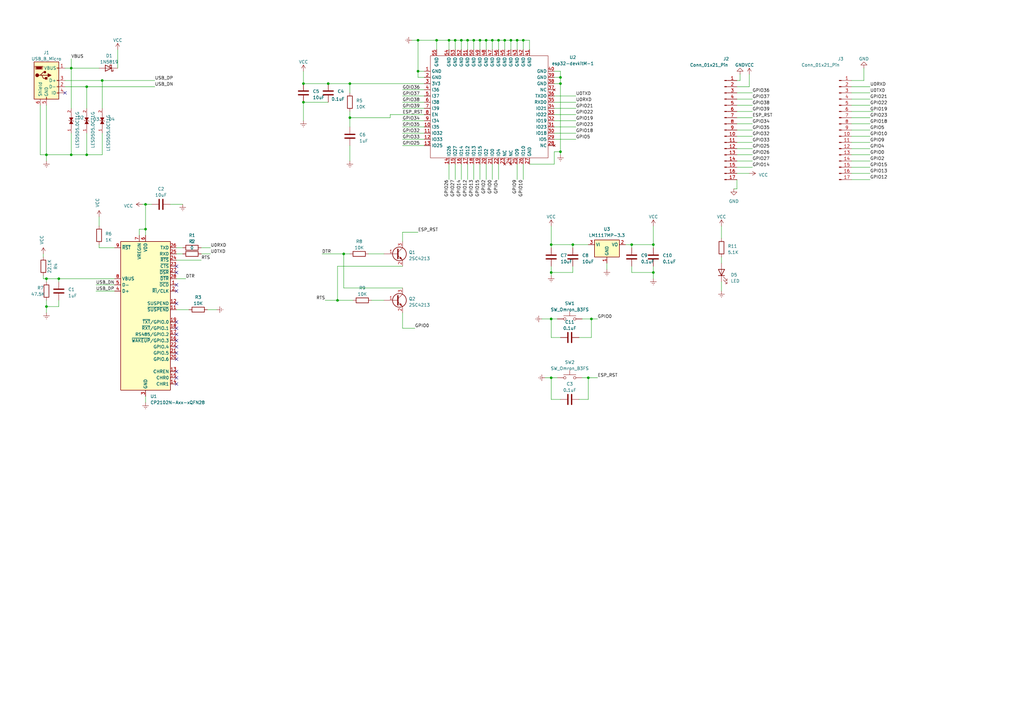
<source format=kicad_sch>
(kicad_sch (version 20230121) (generator eeschema)
  (paper "A3")
  (lib_symbols
    (symbol "Connector:Conn_01x17_Pin" (pin_names (offset 1.016) hide)
      (property "Reference" "J" (at 0 22.86 0))
      (property "Value" "Conn_01x17_Pin" (at 0 -22.86 0))
      (symbol "Conn_01x17_Pin_1_1"
        (polyline (pts (xy 1.27 -20.32) (xy 0.8636 -20.32)) (stroke (width 0.1524)))
        (polyline (pts (xy 1.27 -17.78) (xy 0.8636 -17.78)) (stroke (width 0.1524)))
        (polyline (pts (xy 1.27 -15.24) (xy 0.8636 -15.24)) (stroke (width 0.1524)))
        (polyline (pts (xy 1.27 -12.7) (xy 0.8636 -12.7)) (stroke (width 0.1524)))
        (polyline (pts (xy 1.27 -10.16) (xy 0.8636 -10.16)) (stroke (width 0.1524)))
        (polyline (pts (xy 1.27 -7.62) (xy 0.8636 -7.62)) (stroke (width 0.1524)))
        (polyline (pts (xy 1.27 -5.08) (xy 0.8636 -5.08)) (stroke (width 0.1524)))
        (polyline (pts (xy 1.27 -2.54) (xy 0.8636 -2.54)) (stroke (width 0.1524)))
        (polyline (pts (xy 1.27 0) (xy 0.8636 0)) (stroke (width 0.1524)))
        (polyline (pts (xy 1.27 2.54) (xy 0.8636 2.54)) (stroke (width 0.1524)))
        (polyline (pts (xy 1.27 5.08) (xy 0.8636 5.08)) (stroke (width 0.1524)))
        (polyline (pts (xy 1.27 7.62) (xy 0.8636 7.62)) (stroke (width 0.1524)))
        (polyline (pts (xy 1.27 10.16) (xy 0.8636 10.16)) (stroke (width 0.1524)))
        (polyline (pts (xy 1.27 12.7) (xy 0.8636 12.7)) (stroke (width 0.1524)))
        (polyline (pts (xy 1.27 15.24) (xy 0.8636 15.24)) (stroke (width 0.1524)))
        (polyline (pts (xy 1.27 17.78) (xy 0.8636 17.78)) (stroke (width 0.1524)))
        (polyline (pts (xy 1.27 20.32) (xy 0.8636 20.32)) (stroke (width 0.1524)))
        (rectangle (start 0.8636 -20.193) (end 0 -20.447) (stroke (width 0.1524)) (fill (type outline)))
        (rectangle (start 0.8636 -17.653) (end 0 -17.907) (stroke (width 0.1524)) (fill (type outline)))
        (rectangle (start 0.8636 -15.113) (end 0 -15.367) (stroke (width 0.1524)) (fill (type outline)))
        (rectangle (start 0.8636 -12.573) (end 0 -12.827) (stroke (width 0.1524)) (fill (type outline)))
        (rectangle (start 0.8636 -10.033) (end 0 -10.287) (stroke (width 0.1524)) (fill (type outline)))
        (rectangle (start 0.8636 -7.493) (end 0 -7.747) (stroke (width 0.1524)) (fill (type outline)))
        (rectangle (start 0.8636 -4.953) (end 0 -5.207) (stroke (width 0.1524)) (fill (type outline)))
        (rectangle (start 0.8636 -2.413) (end 0 -2.667) (stroke (width 0.1524)) (fill (type outline)))
        (rectangle (start 0.8636 0.127) (end 0 -0.127) (stroke (width 0.1524)) (fill (type outline)))
        (rectangle (start 0.8636 2.667) (end 0 2.413) (stroke (width 0.1524)) (fill (type outline)))
        (rectangle (start 0.8636 5.207) (end 0 4.953) (stroke (width 0.1524)) (fill (type outline)))
        (rectangle (start 0.8636 7.747) (end 0 7.493) (stroke (width 0.1524)) (fill (type outline)))
        (rectangle (start 0.8636 10.287) (end 0 10.033) (stroke (width 0.1524)) (fill (type outline)))
        (rectangle (start 0.8636 12.827) (end 0 12.573) (stroke (width 0.1524)) (fill (type outline)))
        (rectangle (start 0.8636 15.367) (end 0 15.113) (stroke (width 0.1524)) (fill (type outline)))
        (rectangle (start 0.8636 17.907) (end 0 17.653) (stroke (width 0.1524)) (fill (type outline)))
        (rectangle (start 0.8636 20.447) (end 0 20.193) (stroke (width 0.1524)) (fill (type outline)))
        (pin passive line (at 5.08 20.32 180) (length 3.81) (name "Pin_1") (number "1"))
        (pin passive line (at 5.08 -2.54 180) (length 3.81) (name "Pin_10") (number "10"))
        (pin passive line (at 5.08 -5.08 180) (length 3.81) (name "Pin_11") (number "11"))
        (pin passive line (at 5.08 -7.62 180) (length 3.81) (name "Pin_12") (number "12"))
        (pin passive line (at 5.08 -10.16 180) (length 3.81) (name "Pin_13") (number "13"))
        (pin passive line (at 5.08 -12.7 180) (length 3.81) (name "Pin_14") (number "14"))
        (pin passive line (at 5.08 -15.24 180) (length 3.81) (name "Pin_15") (number "15"))
        (pin passive line (at 5.08 -17.78 180) (length 3.81) (name "Pin_16") (number "16"))
        (pin passive line (at 5.08 -20.32 180) (length 3.81) (name "Pin_17") (number "17"))
        (pin passive line (at 5.08 17.78 180) (length 3.81) (name "Pin_2") (number "2"))
        (pin passive line (at 5.08 15.24 180) (length 3.81) (name "Pin_3") (number "3"))
        (pin passive line (at 5.08 12.7 180) (length 3.81) (name "Pin_4") (number "4"))
        (pin passive line (at 5.08 10.16 180) (length 3.81) (name "Pin_5") (number "5"))
        (pin passive line (at 5.08 7.62 180) (length 3.81) (name "Pin_6") (number "6"))
        (pin passive line (at 5.08 5.08 180) (length 3.81) (name "Pin_7") (number "7"))
        (pin passive line (at 5.08 2.54 180) (length 3.81) (name "Pin_8") (number "8"))
        (pin passive line (at 5.08 0 180) (length 3.81) (name "Pin_9") (number "9"))
      )
    )
    (symbol "Connector:USB_B_Micro" (pin_names (offset 1.016))
      (property "Reference" "J" (at -5.08 11.43 0))
      (property "Value" "USB_B_Micro" (at -5.08 8.89 0))
      (symbol "USB_B_Micro_0_1"
        (rectangle (start -5.08 -7.62) (end 5.08 7.62) (stroke (width 0.254)) (fill (type background)))
        (circle (center -3.81 2.159) (radius 0.635) (stroke (width 0.254)) (fill (type outline)))
        (circle (center -0.635 3.429) (radius 0.381) (stroke (width 0.254)) (fill (type outline)))
        (rectangle (start -0.127 -7.62) (end 0.127 -6.858))
        (polyline (pts (xy -1.905 2.159) (xy 0.635 2.159)) (stroke (width 0.254)))
        (polyline (pts (xy -3.175 2.159) (xy -2.54 2.159) (xy -1.27 3.429) (xy -0.635 3.429)) (stroke (width 0.254)))
        (polyline (pts (xy -2.54 2.159) (xy -1.905 2.159) (xy -1.27 0.889) (xy 0 0.889)) (stroke (width 0.254)))
        (polyline (pts (xy 0.635 2.794) (xy 0.635 1.524) (xy 1.905 2.159) (xy 0.635 2.794)) (stroke (width 0.254)) (fill (type outline)))
        (polyline (pts (xy -4.318 5.588) (xy -1.778 5.588) (xy -2.032 4.826) (xy -4.064 4.826) (xy -4.318 5.588)) (fill (type outline)))
        (polyline (pts (xy -4.699 5.842) (xy -4.699 5.588) (xy -4.445 4.826) (xy -4.445 4.572) (xy -1.651 4.572) (xy -1.651 4.826) (xy -1.397 5.588) (xy -1.397 5.842) (xy -4.699 5.842)))
        (rectangle (start 0.254 1.27) (end -0.508 0.508) (stroke (width 0.254)) (fill (type outline)))
        (rectangle (start 5.08 -5.207) (end 4.318 -4.953))
        (rectangle (start 5.08 -2.667) (end 4.318 -2.413))
        (rectangle (start 5.08 -0.127) (end 4.318 0.127))
        (rectangle (start 5.08 4.953) (end 4.318 5.207))
      )
      (symbol "USB_B_Micro_1_1"
        (pin power_out line (at 7.62 5.08 180) (length 2.54) (name "VBUS") (number "1"))
        (pin bidirectional line (at 7.62 -2.54 180) (length 2.54) (name "D-") (number "2"))
        (pin bidirectional line (at 7.62 0 180) (length 2.54) (name "D+") (number "3"))
        (pin passive line (at 7.62 -5.08 180) (length 2.54) (name "ID") (number "4"))
        (pin power_out line (at 0 -10.16 90) (length 2.54) (name "GND") (number "5"))
        (pin passive line (at -2.54 -10.16 90) (length 2.54) (name "Shield") (number "6"))
      )
    )
    (symbol "Device:C" (pin_numbers hide) (pin_names (offset 0.254))
      (property "Reference" "C" (at 0.635 2.54 0))
      (property "Value" "C" (at 0.635 -2.54 0))
      (symbol "C_0_1"
        (polyline (pts (xy -2.032 -0.762) (xy 2.032 -0.762)) (stroke (width 0.508)))
        (polyline (pts (xy -2.032 0.762) (xy 2.032 0.762)) (stroke (width 0.508)))
      )
      (symbol "C_1_1"
        (pin passive line (at 0 3.81 270) (length 2.794) (name "~") (number "1"))
        (pin passive line (at 0 -3.81 90) (length 2.794) (name "~") (number "2"))
      )
    )
    (symbol "Device:LED" (pin_numbers hide) (pin_names (offset 1.016) hide)
      (property "Reference" "D" (at 0 2.54 0))
      (property "Value" "LED" (at 0 -2.54 0))
      (symbol "LED_0_1"
        (polyline (pts (xy -1.27 -1.27) (xy -1.27 1.27)) (stroke (width 0.254)))
        (polyline (pts (xy -1.27 0) (xy 1.27 0)))
        (polyline (pts (xy 1.27 -1.27) (xy 1.27 1.27) (xy -1.27 0) (xy 1.27 -1.27)) (stroke (width 0.254)))
        (polyline (pts (xy -3.048 -0.762) (xy -4.572 -2.286) (xy -3.81 -2.286) (xy -4.572 -2.286) (xy -4.572 -1.524)))
        (polyline (pts (xy -1.778 -0.762) (xy -3.302 -2.286) (xy -2.54 -2.286) (xy -3.302 -2.286) (xy -3.302 -1.524)))
      )
      (symbol "LED_1_1"
        (pin passive line (at -3.81 0 0) (length 2.54) (name "K") (number "1"))
        (pin passive line (at 3.81 0 180) (length 2.54) (name "A") (number "2"))
      )
    )
    (symbol "Device:R" (pin_numbers hide) (pin_names (offset 0))
      (property "Reference" "R" (at 2.032 0 90))
      (property "Value" "R" (at 0 0 90))
      (symbol "R_0_1"
        (rectangle (start -1.016 -2.54) (end 1.016 2.54) (stroke (width 0.254)))
      )
      (symbol "R_1_1"
        (pin passive line (at 0 3.81 270) (length 1.27) (name "~") (number "1"))
        (pin passive line (at 0 -3.81 90) (length 1.27) (name "~") (number "2"))
      )
    )
    (symbol "Diode:1N5819" (pin_numbers hide) (pin_names (offset 1.016) hide)
      (property "Reference" "D" (at 0 2.54 0))
      (property "Value" "1N5819" (at 0 -2.54 0))
      (symbol "1N5819_0_1"
        (polyline (pts (xy 1.27 0) (xy -1.27 0)))
        (polyline (pts (xy 1.27 1.27) (xy 1.27 -1.27) (xy -1.27 0) (xy 1.27 1.27)) (stroke (width 0.254)))
        (polyline (pts (xy -1.905 0.635) (xy -1.905 1.27) (xy -1.27 1.27) (xy -1.27 -1.27) (xy -0.635 -1.27) (xy -0.635 -0.635)) (stroke (width 0.254)))
      )
      (symbol "1N5819_1_1"
        (pin passive line (at -3.81 0 0) (length 2.54) (name "K") (number "1"))
        (pin passive line (at 3.81 0 180) (length 2.54) (name "A") (number "2"))
      )
    )
    (symbol "Interface_USB:CP2102N-Axx-xQFN28"
      (property "Reference" "U" (at -8.89 31.75 0))
      (property "Value" "CP2102N-Axx-xQFN28" (at 12.7 31.75 0))
      (symbol "CP2102N-Axx-xQFN28_0_1"
        (rectangle (start -10.16 30.48) (end 10.16 -30.48) (stroke (width 0.254)) (fill (type background)))
      )
      (symbol "CP2102N-Axx-xQFN28_1_1"
        (pin input line (at 12.7 12.7 180) (length 2.54) (name "~{DCD}") (number "1"))
        (pin no_connect line (at -10.16 -27.94 0) (length 2.54) hide (name "NC") (number "10"))
        (pin output line (at 12.7 2.54 180) (length 2.54) (name "~{SUSPEND}") (number "11"))
        (pin output line (at 12.7 5.08 180) (length 2.54) (name "SUSPEND") (number "12"))
        (pin output line (at 12.7 -22.86 180) (length 2.54) (name "CHREN") (number "13"))
        (pin output line (at 12.7 -27.94 180) (length 2.54) (name "CHR1") (number "14"))
        (pin output line (at 12.7 -25.4 180) (length 2.54) (name "CHR0") (number "15"))
        (pin bidirectional line (at 12.7 -10.16 180) (length 2.54) (name "~{WAKEUP}/GPIO.3") (number "16"))
        (pin bidirectional line (at 12.7 -7.62 180) (length 2.54) (name "RS485/GPIO.2") (number "17"))
        (pin bidirectional line (at 12.7 -5.08 180) (length 2.54) (name "~{RXT}/GPIO.1") (number "18"))
        (pin bidirectional line (at 12.7 -2.54 180) (length 2.54) (name "~{TXT}/GPIO.0") (number "19"))
        (pin bidirectional line (at 12.7 10.16 180) (length 2.54) (name "~{RI}/CLK") (number "2"))
        (pin bidirectional line (at 12.7 -17.78 180) (length 2.54) (name "GPIO.6") (number "20"))
        (pin bidirectional line (at 12.7 -15.24 180) (length 2.54) (name "GPIO.5") (number "21"))
        (pin bidirectional line (at 12.7 -12.7 180) (length 2.54) (name "GPIO.4") (number "22"))
        (pin input line (at 12.7 20.32 180) (length 2.54) (name "~{CTS}") (number "23"))
        (pin output line (at 12.7 22.86 180) (length 2.54) (name "~{RTS}") (number "24"))
        (pin input line (at 12.7 25.4 180) (length 2.54) (name "RXD") (number "25"))
        (pin output line (at 12.7 27.94 180) (length 2.54) (name "TXD") (number "26"))
        (pin input line (at 12.7 17.78 180) (length 2.54) (name "~{DSR}") (number "27"))
        (pin output line (at 12.7 15.24 180) (length 2.54) (name "~{DTR}") (number "28"))
        (pin passive line (at 0 -33.02 90) (length 2.54) hide (name "GND") (number "29"))
        (pin power_in line (at 0 -33.02 90) (length 2.54) (name "GND") (number "3"))
        (pin bidirectional line (at -12.7 10.16 0) (length 2.54) (name "D+") (number "4"))
        (pin bidirectional line (at -12.7 12.7 0) (length 2.54) (name "D-") (number "5"))
        (pin power_in line (at 0 33.02 270) (length 2.54) (name "VDD") (number "6"))
        (pin power_in line (at -2.54 33.02 270) (length 2.54) (name "VREGIN") (number "7"))
        (pin input line (at -12.7 15.24 0) (length 2.54) (name "VBUS") (number "8"))
        (pin input line (at -12.7 27.94 0) (length 2.54) (name "~{RST}") (number "9"))
      )
    )
    (symbol "LESD5D5.0CT1G:LESD5D5.0CT1G" (pin_names (offset 1.016))
      (property "Reference" "D" (at -5.08 2.54 0))
      (property "Value" "LESD5D5.0CT1G" (at -5.08 -5.08 0))
      (symbol "LESD5D5.0CT1G_0_0"
        (polyline (pts (xy -1.27 0) (xy -2.54 0)) (stroke (width 0.1524)))
        (polyline (pts (xy 0 -0.762) (xy -0.254 -1.016)) (stroke (width 0.1524)))
        (polyline (pts (xy 0 -0.762) (xy 0 0.762)) (stroke (width 0.1524)))
        (polyline (pts (xy 0 0.762) (xy 0.254 1.016)) (stroke (width 0.1524)))
        (polyline (pts (xy 1.27 0) (xy 2.54 0)) (stroke (width 0.1524)))
        (polyline (pts (xy 0 0) (xy -1.27 -0.762) (xy -1.27 0.762) (xy 0 0)) (stroke (width 0.1524)) (fill (type outline)))
        (polyline (pts (xy 0 0) (xy 1.27 0.762) (xy 1.27 -0.762) (xy 0 0)) (stroke (width 0.1524)) (fill (type outline)))
        (pin passive line (at -5.08 0 0) (length 2.54) (name "~") (number "1"))
        (pin passive line (at 5.08 0 180) (length 2.54) (name "~") (number "2"))
      )
    )
    (symbol "Regulator_Linear:LM1117MP-3.3"
      (property "Reference" "U" (at -3.81 3.175 0))
      (property "Value" "LM1117MP-3.3" (at 0 3.175 0))
      (symbol "LM1117MP-3.3_0_1"
        (rectangle (start -5.08 -5.08) (end 5.08 1.905) (stroke (width 0.254)) (fill (type background)))
      )
      (symbol "LM1117MP-3.3_1_1"
        (pin power_in line (at 0 -7.62 90) (length 2.54) (name "GND") (number "1"))
        (pin power_out line (at 7.62 0 180) (length 2.54) (name "VO") (number "2"))
        (pin power_in line (at -7.62 0 0) (length 2.54) (name "VI") (number "3"))
      )
    )
    (symbol "Switch:SW_Omron_B3FS" (pin_numbers hide) (pin_names (offset 1.016) hide)
      (property "Reference" "SW" (at 1.27 2.54 0))
      (property "Value" "SW_Omron_B3FS" (at 0 -1.524 0))
      (symbol "SW_Omron_B3FS_0_1"
        (circle (center -2.032 0) (radius 0.508))
        (polyline (pts (xy 0 1.27) (xy 0 3.048)))
        (polyline (pts (xy 2.54 1.27) (xy -2.54 1.27)))
        (circle (center 2.032 0) (radius 0.508))
        (pin passive line (at -5.08 0 0) (length 2.54) (name "1") (number "1"))
        (pin passive line (at 5.08 0 180) (length 2.54) (name "2") (number "2"))
      )
    )
    (symbol "Transistor_BJT:2SC4213" (pin_names (offset 0) hide)
      (property "Reference" "Q" (at 5.08 1.905 0))
      (property "Value" "2SC4213" (at 5.08 0 0))
      (symbol "2SC4213_0_1"
        (polyline (pts (xy 0.635 0.635) (xy 2.54 2.54)))
        (polyline (pts (xy 0.635 -0.635) (xy 2.54 -2.54) (xy 2.54 -2.54)))
        (polyline (pts (xy 0.635 1.905) (xy 0.635 -1.905) (xy 0.635 -1.905)) (stroke (width 0.508)))
        (polyline (pts (xy 1.27 -1.778) (xy 1.778 -1.27) (xy 2.286 -2.286) (xy 1.27 -1.778) (xy 1.27 -1.778)) (fill (type outline)))
        (circle (center 1.27 0) (radius 2.8194) (stroke (width 0.254)))
      )
      (symbol "2SC4213_1_1"
        (pin input line (at -5.08 0 0) (length 5.715) (name "B") (number "1"))
        (pin passive line (at 2.54 -5.08 90) (length 2.54) (name "E") (number "2"))
        (pin passive line (at 2.54 5.08 270) (length 2.54) (name "C") (number "3"))
      )
    )
    (symbol "esp32-devkitm-1 (1):esp32-devkitM-1"
      (property "Reference" "U1" (at 0 1.016 0))
      (property "Value" "esp32-devkitM-1" (at 0 -1.524 0))
      (symbol "esp32-devkitM-1_0_1"
        (rectangle (start -24.13 21.59) (end 24.13 -20.32))
      )
      (symbol "esp32-devkitM-1_1_1"
        (pin output line (at -26.67 15.24 0) (length 2.54) (name "GND") (number "1"))
        (pin input line (at -26.67 -7.62 0) (length 2.54) (name "I35") (number "10"))
        (pin bidirectional line (at -26.67 -10.16 0) (length 2.54) (name "IO32") (number "11"))
        (pin bidirectional line (at -26.67 -12.7 0) (length 2.54) (name "IO33") (number "12"))
        (pin bidirectional line (at -26.67 -15.24 0) (length 2.54) (name "IO25") (number "13"))
        (pin bidirectional line (at -16.51 -22.86 90) (length 2.54) (name "IO26") (number "14"))
        (pin bidirectional line (at -13.97 -22.86 90) (length 2.54) (name "IO27") (number "15"))
        (pin bidirectional line (at -11.43 -22.86 90) (length 2.54) (name "IO14") (number "16"))
        (pin bidirectional line (at -8.89 -22.86 90) (length 2.54) (name "IO12") (number "17"))
        (pin bidirectional line (at -6.35 -22.86 90) (length 2.54) (name "IO13") (number "18"))
        (pin bidirectional line (at -3.81 -22.86 90) (length 2.54) (name "IO15") (number "19"))
        (pin output line (at -26.67 12.7 0) (length 2.54) (name "GND") (number "2"))
        (pin bidirectional line (at -1.27 -22.86 90) (length 2.54) (name "IO2") (number "20"))
        (pin bidirectional line (at 1.27 -22.86 90) (length 2.54) (name "IO0") (number "21"))
        (pin bidirectional line (at 3.81 -22.86 90) (length 2.54) (name "IO4") (number "22"))
        (pin no_connect line (at 6.35 -22.86 90) (length 2.54) (name "NC") (number "23"))
        (pin no_connect line (at 8.89 -22.86 90) (length 2.54) (name "NC") (number "24"))
        (pin bidirectional line (at 11.43 -22.86 90) (length 2.54) (name "IO9") (number "25"))
        (pin bidirectional line (at 13.97 -22.86 90) (length 2.54) (name "IO10") (number "26"))
        (pin output line (at 16.51 -22.86 90) (length 2.54) (name "GND") (number "27"))
        (pin no_connect line (at 26.67 -15.24 180) (length 2.54) (name "NC") (number "28"))
        (pin bidirectional line (at 26.67 -12.7 180) (length 2.54) (name "IO5") (number "29"))
        (pin power_in line (at -26.67 10.16 0) (length 2.54) (name "3V3") (number "3"))
        (pin bidirectional line (at 26.67 -10.16 180) (length 2.54) (name "IO18") (number "30"))
        (pin bidirectional line (at 26.67 -7.62 180) (length 2.54) (name "IO23") (number "31"))
        (pin bidirectional line (at 26.67 -5.08 180) (length 2.54) (name "IO19") (number "32"))
        (pin bidirectional line (at 26.67 -2.54 180) (length 2.54) (name "IO22") (number "33"))
        (pin bidirectional line (at 26.67 0 180) (length 2.54) (name "IO21") (number "34"))
        (pin bidirectional line (at 26.67 2.54 180) (length 2.54) (name "RXD0") (number "35"))
        (pin bidirectional line (at 26.67 5.08 180) (length 2.54) (name "TXD0") (number "36"))
        (pin no_connect line (at 26.67 7.62 180) (length 2.54) (name "NC") (number "37"))
        (pin output line (at 26.67 10.16 180) (length 2.54) (name "GND") (number "38"))
        (pin output line (at 26.67 12.7 180) (length 2.54) (name "GND") (number "39"))
        (pin input line (at -26.67 7.62 0) (length 2.54) (name "I36") (number "4"))
        (pin output line (at 26.67 15.24 180) (length 2.54) (name "GND") (number "40"))
        (pin output line (at 16.51 24.13 270) (length 2.54) (name "GND") (number "41"))
        (pin output line (at 13.97 24.13 270) (length 2.54) (name "GND") (number "42"))
        (pin output line (at 11.43 24.13 270) (length 2.54) (name "GND") (number "43"))
        (pin output line (at 8.89 24.13 270) (length 2.54) (name "GND") (number "44"))
        (pin output line (at 6.35 24.13 270) (length 2.54) (name "GND") (number "45"))
        (pin output line (at 3.81 24.13 270) (length 2.54) (name "GND") (number "46"))
        (pin output line (at 1.27 24.13 270) (length 2.54) (name "GND") (number "47"))
        (pin output line (at -1.27 24.13 270) (length 2.54) (name "GND") (number "48"))
        (pin output line (at -3.81 24.13 270) (length 2.54) (name "GND") (number "49"))
        (pin input line (at -26.67 5.08 0) (length 2.54) (name "I37") (number "5"))
        (pin output line (at -6.35 24.13 270) (length 2.54) (name "GND") (number "50"))
        (pin output line (at -8.89 24.13 270) (length 2.54) (name "GND") (number "51"))
        (pin output line (at -11.43 24.13 270) (length 2.54) (name "GND") (number "52"))
        (pin output line (at -13.97 24.13 270) (length 2.54) (name "GND") (number "53"))
        (pin output line (at -16.51 24.13 270) (length 2.54) (name "GND") (number "54"))
        (pin output line (at -21.59 24.13 270) (length 2.54) (name "GND") (number "55"))
        (pin input line (at -26.67 2.54 0) (length 2.54) (name "I38") (number "6"))
        (pin input line (at -26.67 0 0) (length 2.54) (name "I39") (number "7"))
        (pin input line (at -26.67 -2.54 0) (length 2.54) (name "EN") (number "8"))
        (pin input line (at -26.67 -5.08 0) (length 2.54) (name "I34") (number "9"))
      )
    )
    (symbol "power:Earth" (power) (pin_names (offset 0))
      (symbol "Earth_0_1"
        (polyline (pts (xy -0.635 -1.905) (xy 0.635 -1.905)))
        (polyline (pts (xy -0.127 -2.54) (xy 0.127 -2.54)))
        (polyline (pts (xy 0 -1.27) (xy 0 0)))
        (polyline (pts (xy 1.27 -1.27) (xy -1.27 -1.27)))
      )
      (symbol "Earth_1_1"
        (pin power_in line (at 0 0 270) (length 0) hide (name "Earth") (number "1"))
      )
    )
    (symbol "power:GND" (power) (pin_names (offset 0))
      (property "Value" "GND" (at 0 -3.81 0))
      (symbol "GND_0_1"
        (polyline (pts (xy 0 0) (xy 0 -1.27) (xy 1.27 -1.27) (xy 0 -2.54) (xy -1.27 -1.27) (xy 0 -1.27)))
      )
      (symbol "GND_1_1"
        (pin power_in line (at 0 0 270) (length 0) hide (name "GND") (number "1"))
      )
    )
    (symbol "power:VCC" (power) (pin_names (offset 0))
      (property "Value" "VCC" (at 0 3.81 0))
      (symbol "VCC_0_1"
        (polyline (pts (xy -0.762 1.27) (xy 0 2.54)))
        (polyline (pts (xy 0 0) (xy 0 2.54)))
        (polyline (pts (xy 0 2.54) (xy 0.762 1.27)))
      )
      (symbol "VCC_1_1"
        (pin power_in line (at 0 0 90) (length 0) hide (name "VCC") (number "1"))
      )
    )
  )
  (junction (at 124.46 34.29))
  (junction (at 234.95 100.33))
  (junction (at 29.21 27.94))
  (junction (at 41.91 33.02))
  (junction (at 35.56 63.5))
  (junction (at 241.3 154.94))
  (junction (at 214.63 16.51))
  (junction (at 194.31 16.51))
  (junction (at 191.77 16.51))
  (junction (at 207.01 16.51))
  (junction (at 212.09 16.51))
  (junction (at 199.39 16.51))
  (junction (at 226.06 111.76))
  (junction (at 171.45 16.51))
  (junction (at 35.56 35.56))
  (junction (at 196.85 16.51))
  (junction (at 259.08 100.33))
  (junction (at 242.57 130.81))
  (junction (at 267.97 111.76))
  (junction (at 143.51 34.29))
  (junction (at 19.05 63.5))
  (junction (at 184.15 16.51))
  (junction (at 138.43 123.19))
  (junction (at 19.05 125.73))
  (junction (at 179.07 16.51))
  (junction (at 186.69 16.51))
  (junction (at 29.21 63.5))
  (junction (at 140.97 104.14))
  (junction (at 226.06 154.94))
  (junction (at 24.13 114.3))
  (junction (at 226.06 130.81))
  (junction (at 229.87 34.29))
  (junction (at 19.05 114.3))
  (junction (at 124.46 41.91))
  (junction (at 59.69 93.98))
  (junction (at 226.06 100.33))
  (junction (at 143.51 48.26))
  (junction (at 171.45 29.21))
  (junction (at 189.23 16.51))
  (junction (at 59.69 83.82))
  (junction (at 209.55 16.51))
  (junction (at 229.87 62.23))
  (junction (at 229.87 31.75))
  (junction (at 204.47 16.51))
  (junction (at 134.62 34.29))
  (junction (at 267.97 100.33))
  (junction (at 201.93 16.51))
  (no_connect (at 72.39 109.22))
  (no_connect (at 72.39 154.94))
  (no_connect (at 72.39 116.84))
  (no_connect (at 72.39 139.7))
  (no_connect (at 72.39 152.4))
  (no_connect (at 72.39 157.48))
  (no_connect (at 72.39 119.38))
  (no_connect (at 72.39 142.24))
  (no_connect (at 72.39 132.08))
  (no_connect (at 72.39 137.16))
  (no_connect (at 72.39 147.32))
  (no_connect (at 72.39 134.62))
  (no_connect (at 72.39 144.78))
  (no_connect (at 72.39 111.76))
  (no_connect (at 72.39 124.46))
  (no_connect (at 26.67 38.1))
  (wire (pts (xy 307.34 35.56) (xy 302.26 35.56)))
  (wire (pts (xy 143.51 48.26) (xy 143.51 52.07)))
  (wire (pts (xy 302.26 40.64) (xy 308.61 40.64)))
  (wire (pts (xy 17.78 114.3) (xy 19.05 114.3)))
  (wire (pts (xy 302.26 48.26) (xy 308.61 48.26)))
  (wire (pts (xy 82.55 104.14) (xy 86.36 104.14)))
  (wire (pts (xy 72.39 106.68) (xy 82.55 106.68)))
  (wire (pts (xy 16.51 43.18) (xy 16.51 63.5)))
  (wire (pts (xy 199.39 16.51) (xy 196.85 16.51)))
  (wire (pts (xy 48.26 20.32) (xy 48.26 27.94)))
  (wire (pts (xy 59.69 83.82) (xy 58.42 83.82)))
  (wire (pts (xy 349.25 73.66) (xy 356.87 73.66)))
  (wire (pts (xy 184.15 67.31) (xy 184.15 73.66)))
  (wire (pts (xy 226.06 130.81) (xy 228.6 130.81)))
  (wire (pts (xy 349.25 50.8) (xy 356.87 50.8)))
  (wire (pts (xy 242.57 130.81) (xy 245.11 130.81)))
  (wire (pts (xy 226.06 154.94) (xy 228.6 154.94)))
  (wire (pts (xy 234.95 109.22) (xy 234.95 111.76)))
  (wire (pts (xy 212.09 16.51) (xy 214.63 16.51)))
  (wire (pts (xy 227.33 67.31) (xy 227.33 62.23)))
  (wire (pts (xy 302.26 45.72) (xy 308.61 45.72)))
  (wire (pts (xy 237.49 138.43) (xy 242.57 138.43)))
  (wire (pts (xy 349.25 40.64) (xy 356.87 40.64)))
  (wire (pts (xy 194.31 16.51) (xy 191.77 16.51)))
  (wire (pts (xy 226.06 111.76) (xy 234.95 111.76)))
  (wire (pts (xy 186.69 16.51) (xy 186.69 20.32)))
  (wire (pts (xy 303.53 33.02) (xy 302.26 33.02)))
  (wire (pts (xy 72.39 101.6) (xy 74.93 101.6)))
  (wire (pts (xy 302.26 77.47) (xy 302.26 73.66)))
  (wire (pts (xy 160.02 48.26) (xy 160.02 46.99)))
  (wire (pts (xy 191.77 16.51) (xy 191.77 20.32)))
  (wire (pts (xy 212.09 16.51) (xy 212.09 20.32)))
  (wire (pts (xy 194.31 67.31) (xy 194.31 73.66)))
  (wire (pts (xy 26.67 33.02) (xy 41.91 33.02)))
  (wire (pts (xy 354.33 33.02) (xy 349.25 33.02)))
  (wire (pts (xy 212.09 16.51) (xy 209.55 16.51)))
  (wire (pts (xy 35.56 63.5) (xy 29.21 63.5)))
  (wire (pts (xy 165.1 49.53) (xy 173.99 49.53)))
  (wire (pts (xy 227.33 29.21) (xy 229.87 29.21)))
  (wire (pts (xy 82.55 101.6) (xy 86.36 101.6)))
  (wire (pts (xy 140.97 104.14) (xy 143.51 104.14)))
  (wire (pts (xy 227.33 62.23) (xy 229.87 62.23)))
  (wire (pts (xy 349.25 48.26) (xy 356.87 48.26)))
  (wire (pts (xy 259.08 100.33) (xy 267.97 100.33)))
  (wire (pts (xy 143.51 59.69) (xy 143.51 66.04)))
  (wire (pts (xy 349.25 63.5) (xy 356.87 63.5)))
  (wire (pts (xy 199.39 16.51) (xy 199.39 20.32)))
  (wire (pts (xy 242.57 138.43) (xy 242.57 130.81)))
  (wire (pts (xy 165.1 118.11) (xy 140.97 118.11)))
  (wire (pts (xy 229.87 163.83) (xy 226.06 163.83)))
  (wire (pts (xy 349.25 71.12) (xy 356.87 71.12)))
  (wire (pts (xy 35.56 35.56) (xy 63.5 35.56)))
  (wire (pts (xy 209.55 16.51) (xy 209.55 20.32)))
  (wire (pts (xy 59.69 93.98) (xy 59.69 83.82)))
  (wire (pts (xy 143.51 34.29) (xy 143.51 38.1)))
  (wire (pts (xy 189.23 67.31) (xy 189.23 73.66)))
  (wire (pts (xy 248.92 107.95) (xy 248.92 110.49)))
  (wire (pts (xy 302.26 71.12) (xy 307.34 71.12)))
  (wire (pts (xy 29.21 54.61) (xy 29.21 63.5)))
  (wire (pts (xy 201.93 67.31) (xy 201.93 73.66)))
  (wire (pts (xy 72.39 127) (xy 77.47 127)))
  (wire (pts (xy 40.64 88.9) (xy 40.64 92.71)))
  (wire (pts (xy 267.97 111.76) (xy 267.97 114.3)))
  (wire (pts (xy 165.1 128.27) (xy 165.1 134.62)))
  (wire (pts (xy 124.46 34.29) (xy 134.62 34.29)))
  (wire (pts (xy 302.26 53.34) (xy 308.61 53.34)))
  (wire (pts (xy 184.15 16.51) (xy 179.07 16.51)))
  (wire (pts (xy 138.43 109.22) (xy 138.43 123.19)))
  (wire (pts (xy 138.43 123.19) (xy 144.78 123.19)))
  (wire (pts (xy 24.13 125.73) (xy 19.05 125.73)))
  (wire (pts (xy 165.1 39.37) (xy 173.99 39.37)))
  (wire (pts (xy 165.1 52.07) (xy 173.99 52.07)))
  (wire (pts (xy 259.08 100.33) (xy 259.08 101.6)))
  (wire (pts (xy 189.23 16.51) (xy 189.23 20.32)))
  (wire (pts (xy 41.91 54.61) (xy 41.91 63.5)))
  (wire (pts (xy 35.56 54.61) (xy 35.56 63.5)))
  (wire (pts (xy 207.01 16.51) (xy 207.01 20.32)))
  (wire (pts (xy 241.3 154.94) (xy 245.11 154.94)))
  (wire (pts (xy 307.34 30.48) (xy 307.34 35.56)))
  (wire (pts (xy 41.91 63.5) (xy 35.56 63.5)))
  (wire (pts (xy 19.05 114.3) (xy 19.05 115.57)))
  (wire (pts (xy 302.26 38.1) (xy 308.61 38.1)))
  (wire (pts (xy 171.45 16.51) (xy 168.91 16.51)))
  (wire (pts (xy 39.37 119.38) (xy 46.99 119.38)))
  (wire (pts (xy 302.26 66.04) (xy 308.61 66.04)))
  (wire (pts (xy 189.23 16.51) (xy 186.69 16.51)))
  (wire (pts (xy 57.15 93.98) (xy 59.69 93.98)))
  (wire (pts (xy 165.1 54.61) (xy 173.99 54.61)))
  (wire (pts (xy 227.33 54.61) (xy 236.22 54.61)))
  (wire (pts (xy 132.08 104.14) (xy 140.97 104.14)))
  (wire (pts (xy 227.33 49.53) (xy 236.22 49.53)))
  (wire (pts (xy 199.39 67.31) (xy 199.39 73.66)))
  (wire (pts (xy 19.05 43.18) (xy 19.05 63.5)))
  (wire (pts (xy 186.69 67.31) (xy 186.69 73.66)))
  (wire (pts (xy 238.76 130.81) (xy 242.57 130.81)))
  (wire (pts (xy 151.13 104.14) (xy 157.48 104.14)))
  (wire (pts (xy 124.46 41.91) (xy 124.46 49.53)))
  (wire (pts (xy 349.25 60.96) (xy 356.87 60.96)))
  (wire (pts (xy 207.01 16.51) (xy 204.47 16.51)))
  (wire (pts (xy 134.62 34.29) (xy 143.51 34.29)))
  (wire (pts (xy 226.06 154.94) (xy 226.06 163.83)))
  (wire (pts (xy 165.1 109.22) (xy 138.43 109.22)))
  (wire (pts (xy 241.3 163.83) (xy 241.3 154.94)))
  (wire (pts (xy 165.1 134.62) (xy 170.18 134.62)))
  (wire (pts (xy 165.1 57.15) (xy 173.99 57.15)))
  (wire (pts (xy 173.99 31.75) (xy 171.45 31.75)))
  (wire (pts (xy 204.47 67.31) (xy 204.47 73.66)))
  (wire (pts (xy 69.85 83.82) (xy 74.93 83.82)))
  (wire (pts (xy 226.06 130.81) (xy 226.06 138.43)))
  (wire (pts (xy 165.1 95.25) (xy 171.45 95.25)))
  (wire (pts (xy 196.85 16.51) (xy 196.85 20.32)))
  (wire (pts (xy 212.09 67.31) (xy 212.09 73.66)))
  (wire (pts (xy 165.1 99.06) (xy 165.1 95.25)))
  (wire (pts (xy 19.05 123.19) (xy 19.05 125.73)))
  (wire (pts (xy 302.26 63.5) (xy 308.61 63.5)))
  (wire (pts (xy 217.17 67.31) (xy 227.33 67.31)))
  (wire (pts (xy 140.97 118.11) (xy 140.97 104.14)))
  (wire (pts (xy 229.87 31.75) (xy 229.87 34.29)))
  (wire (pts (xy 300.99 77.47) (xy 302.26 77.47)))
  (wire (pts (xy 124.46 41.91) (xy 134.62 41.91)))
  (wire (pts (xy 209.55 16.51) (xy 207.01 16.51)))
  (wire (pts (xy 165.1 41.91) (xy 173.99 41.91)))
  (wire (pts (xy 41.91 44.45) (xy 41.91 33.02)))
  (wire (pts (xy 179.07 16.51) (xy 171.45 16.51)))
  (wire (pts (xy 227.33 57.15) (xy 236.22 57.15)))
  (wire (pts (xy 349.25 55.88) (xy 356.87 55.88)))
  (wire (pts (xy 227.33 39.37) (xy 236.22 39.37)))
  (wire (pts (xy 234.95 100.33) (xy 241.3 100.33)))
  (wire (pts (xy 295.91 105.41) (xy 295.91 107.95)))
  (wire (pts (xy 295.91 115.57) (xy 295.91 119.38)))
  (wire (pts (xy 229.87 62.23) (xy 229.87 63.5)))
  (wire (pts (xy 46.99 101.6) (xy 40.64 101.6)))
  (wire (pts (xy 17.78 104.14) (xy 17.78 105.41)))
  (wire (pts (xy 19.05 114.3) (xy 24.13 114.3)))
  (wire (pts (xy 227.33 46.99) (xy 236.22 46.99)))
  (wire (pts (xy 152.4 123.19) (xy 157.48 123.19)))
  (wire (pts (xy 29.21 27.94) (xy 40.64 27.94)))
  (wire (pts (xy 349.25 43.18) (xy 356.87 43.18)))
  (wire (pts (xy 72.39 104.14) (xy 74.93 104.14)))
  (wire (pts (xy 349.25 66.04) (xy 356.87 66.04)))
  (wire (pts (xy 59.69 162.56) (xy 59.69 165.1)))
  (wire (pts (xy 259.08 109.22) (xy 259.08 111.76)))
  (wire (pts (xy 223.52 154.94) (xy 226.06 154.94)))
  (wire (pts (xy 267.97 109.22) (xy 267.97 111.76)))
  (wire (pts (xy 59.69 83.82) (xy 62.23 83.82)))
  (wire (pts (xy 29.21 24.13) (xy 29.21 27.94)))
  (wire (pts (xy 124.46 29.21) (xy 124.46 34.29)))
  (wire (pts (xy 214.63 20.32) (xy 214.63 16.51)))
  (wire (pts (xy 165.1 44.45) (xy 173.99 44.45)))
  (wire (pts (xy 217.17 20.32) (xy 217.17 16.51)))
  (wire (pts (xy 191.77 67.31) (xy 191.77 73.66)))
  (wire (pts (xy 201.93 16.51) (xy 199.39 16.51)))
  (wire (pts (xy 302.26 43.18) (xy 308.61 43.18)))
  (wire (pts (xy 29.21 63.5) (xy 19.05 63.5)))
  (wire (pts (xy 227.33 41.91) (xy 236.22 41.91)))
  (wire (pts (xy 267.97 100.33) (xy 267.97 101.6)))
  (wire (pts (xy 349.25 45.72) (xy 358.14 45.72)))
  (wire (pts (xy 72.39 114.3) (xy 76.2 114.3)))
  (wire (pts (xy 349.25 35.56) (xy 356.87 35.56)))
  (wire (pts (xy 302.26 60.96) (xy 308.61 60.96)))
  (wire (pts (xy 26.67 27.94) (xy 29.21 27.94)))
  (wire (pts (xy 133.35 123.19) (xy 138.43 123.19)))
  (wire (pts (xy 259.08 111.76) (xy 267.97 111.76)))
  (wire (pts (xy 229.87 34.29) (xy 229.87 62.23)))
  (wire (pts (xy 256.54 100.33) (xy 259.08 100.33)))
  (wire (pts (xy 16.51 63.5) (xy 19.05 63.5)))
  (wire (pts (xy 196.85 67.31) (xy 196.85 73.66)))
  (wire (pts (xy 29.21 27.94) (xy 29.21 44.45)))
  (wire (pts (xy 302.26 58.42) (xy 308.61 58.42)))
  (wire (pts (xy 59.69 96.52) (xy 59.69 93.98)))
  (wire (pts (xy 35.56 35.56) (xy 35.56 44.45)))
  (wire (pts (xy 24.13 114.3) (xy 24.13 115.57)))
  (wire (pts (xy 179.07 20.32) (xy 179.07 16.51)))
  (wire (pts (xy 41.91 33.02) (xy 63.5 33.02)))
  (wire (pts (xy 226.06 109.22) (xy 226.06 111.76)))
  (wire (pts (xy 143.51 45.72) (xy 143.51 48.26)))
  (wire (pts (xy 204.47 16.51) (xy 204.47 20.32)))
  (wire (pts (xy 234.95 100.33) (xy 234.95 101.6)))
  (wire (pts (xy 303.53 30.48) (xy 303.53 33.02)))
  (wire (pts (xy 214.63 67.31) (xy 214.63 73.66)))
  (wire (pts (xy 227.33 34.29) (xy 229.87 34.29)))
  (wire (pts (xy 24.13 123.19) (xy 24.13 125.73)))
  (wire (pts (xy 204.47 16.51) (xy 201.93 16.51)))
  (wire (pts (xy 226.06 100.33) (xy 234.95 100.33)))
  (wire (pts (xy 349.25 53.34) (xy 356.87 53.34)))
  (wire (pts (xy 171.45 29.21) (xy 173.99 29.21)))
  (wire (pts (xy 222.25 130.81) (xy 226.06 130.81)))
  (wire (pts (xy 226.06 92.71) (xy 226.06 100.33)))
  (wire (pts (xy 165.1 59.69) (xy 173.99 59.69)))
  (wire (pts (xy 229.87 138.43) (xy 226.06 138.43)))
  (wire (pts (xy 227.33 44.45) (xy 236.22 44.45)))
  (wire (pts (xy 227.33 31.75) (xy 229.87 31.75)))
  (wire (pts (xy 214.63 16.51) (xy 217.17 16.51)))
  (wire (pts (xy 295.91 92.71) (xy 295.91 97.79)))
  (wire (pts (xy 85.09 127) (xy 88.9 127)))
  (wire (pts (xy 226.06 100.33) (xy 226.06 101.6)))
  (wire (pts (xy 227.33 52.07) (xy 236.22 52.07)))
  (wire (pts (xy 349.25 58.42) (xy 356.87 58.42)))
  (wire (pts (xy 226.06 111.76) (xy 226.06 113.03)))
  (wire (pts (xy 171.45 29.21) (xy 171.45 16.51)))
  (wire (pts (xy 229.87 29.21) (xy 229.87 31.75)))
  (wire (pts (xy 191.77 16.51) (xy 189.23 16.51)))
  (wire (pts (xy 184.15 16.51) (xy 184.15 20.32)))
  (wire (pts (xy 143.51 48.26) (xy 160.02 48.26)))
  (wire (pts (xy 354.33 27.94) (xy 354.33 33.02)))
  (wire (pts (xy 302.26 50.8) (xy 308.61 50.8)))
  (wire (pts (xy 237.49 163.83) (xy 241.3 163.83)))
  (wire (pts (xy 57.15 96.52) (xy 57.15 93.98)))
  (wire (pts (xy 17.78 113.03) (xy 17.78 114.3)))
  (wire (pts (xy 267.97 92.71) (xy 267.97 100.33)))
  (wire (pts (xy 40.64 101.6) (xy 40.64 100.33)))
  (wire (pts (xy 26.67 35.56) (xy 35.56 35.56)))
  (wire (pts (xy 201.93 16.51) (xy 201.93 20.32)))
  (wire (pts (xy 194.31 16.51) (xy 194.31 20.32)))
  (wire (pts (xy 39.37 116.84) (xy 46.99 116.84)))
  (wire (pts (xy 238.76 154.94) (xy 241.3 154.94)))
  (wire (pts (xy 171.45 31.75) (xy 171.45 29.21)))
  (wire (pts (xy 186.69 16.51) (xy 184.15 16.51)))
  (wire (pts (xy 349.25 68.58) (xy 356.87 68.58)))
  (wire (pts (xy 302.26 55.88) (xy 308.61 55.88)))
  (wire (pts (xy 143.51 34.29) (xy 173.99 34.29)))
  (wire (pts (xy 19.05 63.5) (xy 19.05 66.04)))
  (wire (pts (xy 196.85 16.51) (xy 194.31 16.51)))
  (wire (pts (xy 24.13 114.3) (xy 46.99 114.3)))
  (wire (pts (xy 302.26 68.58) (xy 308.61 68.58)))
  (wire (pts (xy 160.02 46.99) (xy 173.99 46.99)))
  (wire (pts (xy 165.1 36.83) (xy 173.99 36.83)))
  (wire (pts (xy 19.05 125.73) (xy 19.05 128.27)))
  (wire (pts (xy 349.25 38.1) (xy 356.87 38.1)))
  (label "GPIO13" (at 194.31 73.66 270))
  (label "RTS" (at 82.55 106.68 0))
  (label "GPIO36" (at 308.61 38.1 0))
  (label "GPIO15" (at 356.87 68.58 0))
  (label "ESP_RST" (at 308.61 48.26 0))
  (label "U0RXD" (at 236.22 41.91 0))
  (label "GPIO32" (at 165.1 54.61 0))
  (label "GOIO36" (at 165.1 36.83 0))
  (label "GPIO5" (at 236.22 57.15 0))
  (label "DTR" (at 132.08 104.14 0))
  (label "GPIO25" (at 165.1 59.69 0))
  (label "U0TXD" (at 86.36 104.14 0))
  (label "GPIO21" (at 356.87 40.64 0))
  (label "GPIO9" (at 356.87 58.42 0))
  (label "GPIO34" (at 308.61 50.8 0))
  (label "GPIO10" (at 356.87 55.88 0))
  (label "GPIO39" (at 308.61 45.72 0))
  (label "GPIO12" (at 191.77 73.66 270))
  (label "VBUS" (at 29.21 24.13 0))
  (label "GPIO26" (at 308.61 63.5 0))
  (label "GPIO37" (at 308.61 40.64 0))
  (label "GPIO14" (at 308.61 68.58 0))
  (label "U0RXD" (at 86.36 101.6 0))
  (label "GPIO33" (at 308.61 58.42 0))
  (label "RTS" (at 133.35 123.19 180))
  (label "GPIO18" (at 236.22 54.61 0))
  (label "GPIO4" (at 356.87 60.96 0))
  (label "GPIO35" (at 165.1 52.07 0))
  (label "GPIO34" (at 165.1 49.53 0))
  (label "DTR" (at 76.2 114.3 0))
  (label "GPIO0" (at 170.18 134.62 0))
  (label "GPIO4" (at 204.47 73.66 270))
  (label "GPIO27" (at 308.61 66.04 0))
  (label "GPIO18" (at 356.87 50.8 0))
  (label "GPIO10" (at 214.63 73.66 270))
  (label "GPIO14" (at 189.23 73.66 270))
  (label "GPIO0" (at 356.87 63.5 0))
  (label "GPIO33" (at 165.1 57.15 0))
  (label "GPIO12" (at 356.87 73.66 0))
  (label "GPIO22" (at 356.87 43.18 0))
  (label "GPIO37" (at 165.1 39.37 0))
  (label "GPIO2" (at 199.39 73.66 270))
  (label "GPIO15" (at 196.85 73.66 270))
  (label "GPIO32" (at 308.61 55.88 0))
  (label "GPIO35" (at 308.61 53.34 0))
  (label "GPIO13" (at 356.87 71.12 0))
  (label "ESP_RST" (at 245.11 154.94 0))
  (label "GPIO27" (at 186.69 73.66 270))
  (label "U0RXD" (at 356.87 35.56 0))
  (label "USB_DN" (at 39.37 116.84 0))
  (label "USB_DP" (at 39.37 119.38 0))
  (label "GPIO9" (at 212.09 73.66 270))
  (label "GPIO5" (at 356.87 53.34 0))
  (label "ESP_RST" (at 165.1 46.99 0))
  (label "GPIO38" (at 308.61 43.18 0))
  (label "GPIO23" (at 356.87 48.26 0))
  (label "GPIO0" (at 245.11 130.81 0))
  (label "GPIO21" (at 236.22 44.45 0))
  (label "GPIO25" (at 308.61 60.96 0))
  (label "GPIO19" (at 356.87 45.72 0))
  (label "GPIO2" (at 356.87 66.04 0))
  (label "ESP_RST" (at 171.45 95.25 0))
  (label "GPIO19" (at 236.22 49.53 0))
  (label "USB_DN" (at 63.5 35.56 0))
  (label "USB_DP" (at 63.5 33.02 0))
  (label "GPIO22" (at 236.22 46.99 0))
  (label "GPIO26" (at 184.15 73.66 270))
  (label "GPIO38" (at 165.1 41.91 0))
  (label "GPIO0" (at 201.93 73.66 270))
  (label "GPIO39" (at 165.1 44.45 0))
  (label "GPIO23" (at 236.22 52.07 0))
  (label "U0TXD" (at 236.22 39.37 0))
  (label "U0TXD" (at 356.87 38.1 0))
  (symbol (lib_id "power:Earth") (at 248.92 110.49 0) (unit 1)
    (property "Reference" "#PWR024" (effects hide))
    (property "Value" "Earth" (effects hide))
  )
  (symbol (lib_id "power:Earth") (at 295.91 119.38 0) (unit 1)
    (property "Reference" "#PWR028" (effects hide))
    (property "Value" "Earth" (effects hide))
  )
  (symbol (lib_id "Connector:Conn_01x17_Pin") (at 297.18 53.34 0) (unit 1)
    (property "Reference" "J2" (at 297.815 24.13 0))
    (property "Value" "Conn_01x21_Pin" (at 290.83 26.67 0))
    (property "Footprint" "Connector_PinSocket_2.54mm:PinSocket_1x17_P2.54mm_Vertical_SMD_Pin1Left" (effects hide))
  )
  (symbol (lib_id "power:Earth") (at 19.05 128.27 0) (unit 1)
    (property "Reference" "#PWR018" (effects hide))
    (property "Value" "Earth" (effects hide))
  )
  (symbol (lib_id "Interface_USB:CP2102N-Axx-xQFN28") (at 59.69 129.54 0) (unit 1)
    (property "Reference" "U1" (at 61.6459 162.56 0) (effects (justify left)))
    (property "Value" "CP2102N-Axx-xQFN28" (at 61.6459 165.1 0) (effects (justify left)))
    (property "Footprint" "Package_DFN_QFN:QFN-28-1EP_5x5mm_P0.5mm_EP3.35x3.35mm" (effects hide))
    (property "Datasheet" "https://www.silabs.com/documents/public/data-sheets/cp2102n-datasheet.pdf" (effects hide))
  )
  (symbol (lib_id "Device:R") (at 17.78 109.22 0) (unit 1)
    (property "Reference" "R4" (at 22.86 109.22 90))
    (property "Value" "22.1K" (at 20.32 109.22 90))
    (property "Footprint" "Resistor_SMD:R_0805_2012Metric_Pad1.20x1.40mm_HandSolder" (effects hide))
  )
  (symbol (lib_id "Device:C") (at 124.46 38.1 0) (unit 1)
    (property "Reference" "C5" (at 128.27 37.465 0) (effects (justify left)))
    (property "Value" "10uF" (at 128.27 40.005 0) (effects (justify left)))
    (property "Footprint" "Capacitor_SMD:C_0805_2012Metric_Pad1.18x1.45mm_HandSolder" (effects hide))
  )
  (symbol (lib_id "Switch:SW_Omron_B3FS") (at 233.68 154.94 0) (unit 1)
    (property "Reference" "SW2" (at 233.68 148.59 0))
    (property "Value" "SW_Omron_B3FS" (at 233.68 151.13 0))
    (property "Footprint" "Button_Switch_SMD:SW_SPST_PTS810" (effects hide))
    (property "Datasheet" "https://omronfs.omron.com/en_US/ecb/products/pdf/en-b3fs.pdf" (effects hide))
  )
  (symbol (lib_id "power:VCC") (at 307.34 71.12 270) (unit 1)
    (property "Reference" "#PWR011" (effects hide))
    (property "Value" "VCC" (at 311.15 71.755 90) (effects (justify left)))
  )
  (symbol (lib_id "Device:C") (at 24.13 119.38 0) (unit 1)
    (property "Reference" "C1" (at 27.94 118.745 0) (effects (justify left)))
    (property "Value" "1uF" (at 27.94 121.285 0) (effects (justify left)))
    (property "Footprint" "Capacitor_SMD:C_0805_2012Metric_Pad1.18x1.45mm_HandSolder" (effects hide))
  )
  (symbol (lib_id "Transistor_BJT:2SC4213") (at 162.56 123.19 0) (unit 1)
    (property "Reference" "Q2" (at 167.64 122.555 0) (effects (justify left)))
    (property "Value" "2SC4213" (at 167.64 125.095 0) (effects (justify left)))
    (property "Footprint" "Package_TO_SOT_SMD:SOT-323_SC-70" (effects hide))
    (property "Datasheet" "https://toshiba.semicon-storage.com/info/docget.jsp?did=19305&prodName=2SC4213" (effects hide))
  )
  (symbol (lib_id "power:Earth") (at 124.46 49.53 0) (unit 1)
    (property "Reference" "#PWR05" (effects hide))
    (property "Value" "Earth" (effects hide))
  )
  (symbol (lib_id "Device:R") (at 143.51 41.91 0) (unit 1)
    (property "Reference" "R5" (at 146.05 41.275 0) (effects (justify left)))
    (property "Value" "10K" (at 146.05 43.815 0) (effects (justify left)))
    (property "Footprint" "Resistor_SMD:R_0805_2012Metric_Pad1.20x1.40mm_HandSolder" (effects hide))
  )
  (symbol (lib_id "LESD5D5.0CT1G:LESD5D5.0CT1G") (at 29.21 49.53 90) (unit 1)
    (property "Reference" "D2" (at 31.75 48.26 90) (effects (justify right)))
    (property "Value" "LESD5D5.0CT1G" (at 31.75 45.72 0) (effects (justify right)))
    (property "Footprint" "TVS_LESD5D5.0CT1G" (effects hide))
    (property "PARTREV" "O" (effects hide))
    (property "MANUFACTURER" "LRC" (effects hide))
    (property "MAXIMUM_PACKAGE_HEIGHT" "0.7 mm" (effects hide))
    (property "STANDARD" "Manufacturer Recommendations" (effects hide))
  )
  (symbol (lib_id "Device:C") (at 234.95 105.41 0) (unit 1)
    (property "Reference" "C8" (at 238.76 104.775 0) (effects (justify left)))
    (property "Value" "10uF" (at 238.76 107.315 0) (effects (justify left)))
    (property "Footprint" "Capacitor_SMD:C_0805_2012Metric_Pad1.18x1.45mm_HandSolder" (effects hide))
  )
  (symbol (lib_id "Device:C") (at 267.97 105.41 0) (unit 1)
    (property "Reference" "C10" (at 271.78 104.775 0) (effects (justify left)))
    (property "Value" "0.1uF" (at 271.78 107.315 0) (effects (justify left)))
    (property "Footprint" "Capacitor_SMD:C_0805_2012Metric_Pad1.18x1.45mm_HandSolder" (effects hide))
  )
  (symbol (lib_id "LESD5D5.0CT1G:LESD5D5.0CT1G") (at 35.56 49.53 90) (unit 1)
    (property "Reference" "D3" (at 38.1 48.895 90) (effects (justify right)))
    (property "Value" "LESD5D5.0CT1G" (at 38.1 45.72 0) (effects (justify right)))
    (property "Footprint" "TVS_LESD5D5.0CT1G" (effects hide))
    (property "PARTREV" "O" (effects hide))
    (property "MANUFACTURER" "LRC" (effects hide))
    (property "MAXIMUM_PACKAGE_HEIGHT" "0.7 mm" (effects hide))
    (property "STANDARD" "Manufacturer Recommendations" (effects hide))
  )
  (symbol (lib_id "power:GND") (at 354.33 27.94 180) (unit 1)
    (property "Reference" "#PWR013" (effects hide))
    (property "Value" "GND" (at 354.33 24.13 0))
  )
  (symbol (lib_id "power:VCC") (at 124.46 29.21 0) (unit 1)
    (property "Reference" "#PWR04" (effects hide))
    (property "Value" "VCC" (at 124.46 25.4 0))
  )
  (symbol (lib_id "power:VCC") (at 226.06 92.71 0) (unit 1)
    (property "Reference" "#PWR023" (effects hide))
    (property "Value" "VCC" (at 226.06 88.9 0))
  )
  (symbol (lib_id "Device:C") (at 66.04 83.82 270) (unit 1)
    (property "Reference" "C2" (at 66.04 77.47 90))
    (property "Value" "10uF" (at 66.04 80.01 90))
    (property "Footprint" "Capacitor_SMD:C_0805_2012Metric_Pad1.18x1.45mm_HandSolder" (effects hide))
  )
  (symbol (lib_id "Transistor_BJT:2SC4213") (at 162.56 104.14 0) (unit 1)
    (property "Reference" "Q1" (at 167.64 103.505 0) (effects (justify left)))
    (property "Value" "2SC4213" (at 167.64 106.045 0) (effects (justify left)))
    (property "Footprint" "Package_TO_SOT_SMD:SOT-323_SC-70" (effects hide))
    (property "Datasheet" "https://toshiba.semicon-storage.com/info/docget.jsp?did=19305&prodName=2SC4213" (effects hide))
  )
  (symbol (lib_id "Regulator_Linear:LM1117MP-3.3") (at 248.92 100.33 0) (unit 1)
    (property "Reference" "U3" (at 248.92 93.98 0))
    (property "Value" "LM1117MP-3.3" (at 248.92 96.52 0))
    (property "Footprint" "Package_TO_SOT_SMD:SOT-223-3_TabPin2" (effects hide))
    (property "Datasheet" "http://www.ti.com/lit/ds/symlink/lm1117.pdf" (effects hide))
  )
  (symbol (lib_id "Connector:Conn_01x17_Pin") (at 344.17 53.34 0) (unit 1)
    (property "Reference" "J3" (at 344.805 24.13 0))
    (property "Value" "Conn_01x21_Pin" (at 336.55 26.67 0))
    (property "Footprint" "Connector_PinSocket_2.54mm:PinSocket_1x17_P2.54mm_Vertical_SMD_Pin1Left" (effects hide))
  )
  (symbol (lib_id "Switch:SW_Omron_B3FS") (at 233.68 130.81 0) (unit 1)
    (property "Reference" "SW1" (at 233.68 124.46 0))
    (property "Value" "SW_Omron_B3FS" (at 233.68 127 0))
    (property "Footprint" "Button_Switch_SMD:SW_SPST_PTS810" (effects hide))
    (property "Datasheet" "https://omronfs.omron.com/en_US/ecb/products/pdf/en-b3fs.pdf" (effects hide))
  )
  (symbol (lib_id "power:VCC") (at 48.26 20.32 0) (unit 1)
    (property "Reference" "#PWR02" (effects hide))
    (property "Value" "VCC" (at 48.26 16.51 0))
  )
  (symbol (lib_id "Device:C") (at 259.08 105.41 0) (unit 1)
    (property "Reference" "C9" (at 262.89 104.775 0) (effects (justify left)))
    (property "Value" "0.1uF" (at 262.89 107.315 0) (effects (justify left)))
    (property "Footprint" "Capacitor_SMD:C_0805_2012Metric_Pad1.18x1.45mm_HandSolder" (effects hide))
  )
  (symbol (lib_id "power:Earth") (at 168.91 16.51 270) (unit 1)
    (property "Reference" "#PWR03" (effects hide))
    (property "Value" "Earth" (effects hide))
  )
  (symbol (lib_id "power:Earth") (at 19.05 66.04 0) (unit 1)
    (property "Reference" "#PWR01" (effects hide))
    (property "Value" "Earth" (effects hide))
  )
  (symbol (lib_id "power:GND") (at 300.99 77.47 0) (unit 1)
    (property "Reference" "#PWR012" (effects hide))
    (property "Value" "GND" (at 300.99 82.55 0))
  )
  (symbol (lib_id "power:Earth") (at 143.51 66.04 0) (unit 1)
    (property "Reference" "#PWR08" (effects hide))
    (property "Value" "Earth" (effects hide))
  )
  (symbol (lib_id "power:Earth") (at 59.69 165.1 0) (unit 1)
    (property "Reference" "#PWR016" (effects hide))
    (property "Value" "Earth" (effects hide))
  )
  (symbol (lib_id "Device:C") (at 233.68 138.43 90) (unit 1)
    (property "Reference" "C11" (at 233.68 132.08 90))
    (property "Value" "0.1uF" (at 233.68 134.62 90))
    (property "Footprint" "Capacitor_SMD:C_0805_2012Metric_Pad1.18x1.45mm_HandSolder" (effects hide))
  )
  (symbol (lib_id "Device:R") (at 78.74 101.6 90) (unit 1)
    (property "Reference" "R1" (at 78.74 96.52 90))
    (property "Value" "0" (at 78.74 99.06 90))
    (property "Footprint" "Resistor_SMD:R_0805_2012Metric_Pad1.20x1.40mm_HandSolder" (effects hide))
  )
  (symbol (lib_id "power:Earth") (at 74.93 83.82 0) (unit 1)
    (property "Reference" "#PWR09" (effects hide))
    (property "Value" "Earth" (effects hide))
  )
  (symbol (lib_id "LESD5D5.0CT1G:LESD5D5.0CT1G") (at 41.91 49.53 90) (unit 1)
    (property "Reference" "D4" (at 44.45 48.895 90) (effects (justify right)))
    (property "Value" "LESD5D5.0CT1G" (at 44.45 46.99 0) (effects (justify right)))
    (property "Footprint" "TVS_LESD5D5.0CT1G" (effects hide))
    (property "PARTREV" "O" (effects hide))
    (property "MANUFACTURER" "LRC" (effects hide))
    (property "MAXIMUM_PACKAGE_HEIGHT" "0.7 mm" (effects hide))
    (property "STANDARD" "Manufacturer Recommendations" (effects hide))
  )
  (symbol (lib_id "power:VCC") (at 307.34 30.48 0) (unit 1)
    (property "Reference" "#PWR010" (effects hide))
    (property "Value" "VCC" (at 307.34 26.67 0))
  )
  (symbol (lib_id "power:VCC") (at 40.64 88.9 0) (unit 1)
    (property "Reference" "#PWR019" (effects hide))
    (property "Value" "VCC" (at 40.005 85.09 90) (effects (justify left)))
  )
  (symbol (lib_id "power:Earth") (at 223.52 154.94 270) (unit 1)
    (property "Reference" "#PWR021" (effects hide))
    (property "Value" "Earth" (effects hide))
  )
  (symbol (lib_id "Device:C") (at 226.06 105.41 0) (unit 1)
    (property "Reference" "C7" (at 229.87 104.775 0) (effects (justify left)))
    (property "Value" "10uF" (at 229.87 107.315 0) (effects (justify left)))
    (property "Footprint" "Capacitor_SMD:C_0805_2012Metric_Pad1.18x1.45mm_HandSolder" (effects hide))
  )
  (symbol (lib_id "power:VCC") (at 267.97 92.71 0) (unit 1)
    (property "Reference" "#PWR025" (effects hide))
    (property "Value" "VCC" (at 267.97 88.9 0))
  )
  (symbol (lib_id "Device:C") (at 233.68 163.83 90) (unit 1)
    (property "Reference" "C3" (at 233.68 157.48 90))
    (property "Value" "0.1uF" (at 233.68 160.02 90))
    (property "Footprint" "Capacitor_SMD:C_0805_2012Metric_Pad1.18x1.45mm_HandSolder" (effects hide))
  )
  (symbol (lib_id "Diode:1N5819") (at 44.45 27.94 180) (unit 1)
    (property "Reference" "D1" (at 44.7675 22.86 0))
    (property "Value" "1N5819" (at 44.7675 25.4 0))
    (property "Footprint" "Diode_THT:D_DO-41_SOD81_P10.16mm_Horizontal" (effects hide))
    (property "Datasheet" "http://www.vishay.com/docs/88525/1n5817.pdf" (effects hide))
  )
  (symbol (lib_id "Device:C") (at 134.62 38.1 0) (unit 1)
    (property "Reference" "C4" (at 138.43 37.465 0) (effects (justify left)))
    (property "Value" "0.1uF" (at 135.89 40.64 0) (effects (justify left)))
    (property "Footprint" "Capacitor_SMD:C_0805_2012Metric_Pad1.18x1.45mm_HandSolder" (effects hide))
  )
  (symbol (lib_id "Device:R") (at 147.32 104.14 90) (unit 1)
    (property "Reference" "R8" (at 147.32 99.06 90))
    (property "Value" "10K" (at 147.32 101.6 90))
    (property "Footprint" "Resistor_SMD:R_0805_2012Metric_Pad1.20x1.40mm_HandSolder" (effects hide))
  )
  (symbol (lib_id "Device:R") (at 295.91 101.6 0) (unit 1)
    (property "Reference" "R11" (at 298.45 100.965 0) (effects (justify left)))
    (property "Value" "5.1K" (at 298.45 103.505 0) (effects (justify left)))
    (property "Footprint" "Resistor_SMD:R_0805_2012Metric_Pad1.20x1.40mm_HandSolder" (effects hide))
  )
  (symbol (lib_id "power:Earth") (at 229.87 63.5 0) (unit 1)
    (property "Reference" "#PWR06" (effects hide))
    (property "Value" "Earth" (effects hide))
  )
  (symbol (lib_id "esp32-devkitm-1 (1):esp32-devkitM-1") (at 200.66 44.45 0) (unit 1)
    (property "Reference" "U2" (at 234.95 23.5203 0))
    (property "Value" "esp32-devkitM-1" (at 234.95 26.0603 0))
    (property "Footprint" "nuevo simbolo:esp32-devkitM-1" (effects hide))
  )
  (symbol (lib_id "power:Earth") (at 267.97 114.3 0) (unit 1)
    (property "Reference" "#PWR026" (effects hide))
    (property "Value" "Earth" (effects hide))
  )
  (symbol (lib_id "Device:R") (at 19.05 119.38 0) (unit 1)
    (property "Reference" "R7" (at 15.24 118.11 0) (effects (justify left)))
    (property "Value" "47.5K" (at 12.7 120.65 0) (effects (justify left)))
    (property "Footprint" "Resistor_SMD:R_0805_2012Metric_Pad1.20x1.40mm_HandSolder" (effects hide))
  )
  (symbol (lib_id "power:Earth") (at 222.25 130.81 270) (unit 1)
    (property "Reference" "#PWR029" (effects hide))
    (property "Value" "Earth" (effects hide))
  )
  (symbol (lib_id "Device:R") (at 78.74 104.14 90) (unit 1)
    (property "Reference" "R2" (at 78.74 99.06 90))
    (property "Value" "0" (at 78.74 101.6 90))
    (property "Footprint" "Resistor_SMD:R_0805_2012Metric_Pad1.20x1.40mm_HandSolder" (effects hide))
  )
  (symbol (lib_id "Device:R") (at 40.64 96.52 0) (unit 1)
    (property "Reference" "R6" (at 43.18 95.885 0) (effects (justify left)))
    (property "Value" "1K" (at 43.18 98.425 0) (effects (justify left)))
    (property "Footprint" "Resistor_SMD:R_0805_2012Metric_Pad1.20x1.40mm_HandSolder" (effects hide))
  )
  (symbol (lib_id "power:GND") (at 303.53 30.48 180) (unit 1)
    (property "Reference" "#PWR07" (effects hide))
    (property "Value" "GND" (at 303.53 26.67 0))
  )
  (symbol (lib_id "Connector:USB_B_Micro") (at 19.05 33.02 0) (unit 1)
    (property "Reference" "J1" (at 19.05 21.59 0))
    (property "Value" "USB_B_Micro" (at 19.05 24.13 0))
    (property "Footprint" "Connector_USB:USB_Micro-B_Molex-105017-0001" (effects hide))
  )
  (symbol (lib_id "power:Earth") (at 88.9 127 90) (unit 1)
    (property "Reference" "#PWR015" (effects hide))
    (property "Value" "Earth" (effects hide))
  )
  (symbol (lib_id "power:VCC") (at 17.78 104.14 0) (unit 1)
    (property "Reference" "#PWR017" (effects hide))
    (property "Value" "VCC" (at 17.145 100.33 90) (effects (justify left)))
  )
  (symbol (lib_id "Device:LED") (at 295.91 111.76 90) (unit 1)
    (property "Reference" "D5" (at 299.72 112.7125 90) (effects (justify right)))
    (property "Value" "LED" (at 299.72 115.2525 90) (effects (justify right)))
    (property "Footprint" "LED_SMD:LED_0805_2012Metric_Pad1.15x1.40mm_HandSolder" (effects hide))
  )
  (symbol (lib_id "Device:R") (at 81.28 127 90) (unit 1)
    (property "Reference" "R3" (at 81.28 121.92 90))
    (property "Value" "10K" (at 81.28 124.46 90))
    (property "Footprint" "Resistor_SMD:R_0805_2012Metric_Pad1.20x1.40mm_HandSolder" (effects hide))
  )
  (symbol (lib_id "power:VCC") (at 295.91 92.71 0) (unit 1)
    (property "Reference" "#PWR027" (effects hide))
    (property "Value" "VCC" (at 295.91 88.9 0))
  )
  (symbol (lib_id "Device:R") (at 148.59 123.19 90) (unit 1)
    (property "Reference" "R9" (at 148.59 118.11 90))
    (property "Value" "10K" (at 148.59 120.65 90))
    (property "Footprint" "Resistor_SMD:R_0805_2012Metric_Pad1.20x1.40mm_HandSolder" (effects hide))
  )
  (symbol (lib_id "power:Earth") (at 226.06 113.03 0) (unit 1)
    (property "Reference" "#PWR022" (effects hide))
    (property "Value" "Earth" (effects hide))
  )
  (symbol (lib_id "power:VCC") (at 58.42 83.82 90) (unit 1)
    (property "Reference" "#PWR020" (effects hide))
    (property "Value" "VCC" (at 54.61 84.455 90) (effects (justify left)))
  )
  (symbol (lib_id "Device:C") (at 143.51 55.88 0) (unit 1)
    (property "Reference" "C6" (at 147.32 55.245 0) (effects (justify left)))
    (property "Value" "1uF" (at 147.32 57.785 0) (effects (justify left)))
    (property "Footprint" "Capacitor_SMD:C_0805_2012Metric_Pad1.18x1.45mm_HandSolder" (effects hide))
  )
)
</source>
